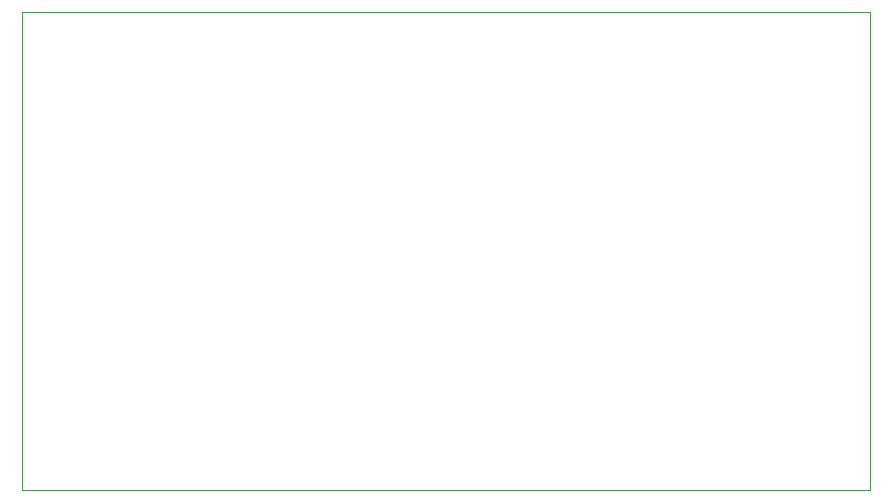
<source format=gbr>
%TF.GenerationSoftware,KiCad,Pcbnew,9.0.5-1.fc42*%
%TF.CreationDate,2025-11-21T18:00:38+01:00*%
%TF.ProjectId,bioamplifier,62696f61-6d70-46c6-9966-6965722e6b69,rev?*%
%TF.SameCoordinates,Original*%
%TF.FileFunction,Profile,NP*%
%FSLAX46Y46*%
G04 Gerber Fmt 4.6, Leading zero omitted, Abs format (unit mm)*
G04 Created by KiCad (PCBNEW 9.0.5-1.fc42) date 2025-11-21 18:00:38*
%MOMM*%
%LPD*%
G01*
G04 APERTURE LIST*
%TA.AperFunction,Profile*%
%ADD10C,0.100000*%
%TD*%
G04 APERTURE END LIST*
D10*
X50601596Y-72042903D02*
X122375000Y-72042903D01*
X122375000Y-112556276D01*
X50601596Y-112556276D01*
X50601596Y-72042903D01*
M02*

</source>
